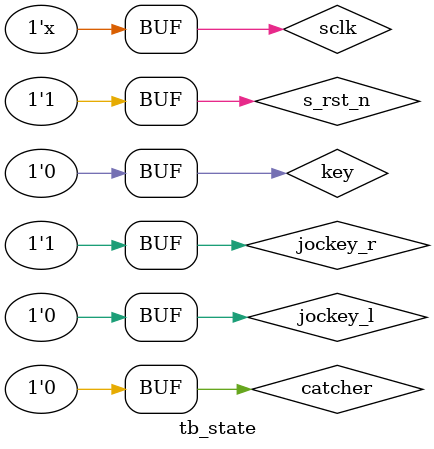
<source format=v>
`timescale      1ns/1ns

module  tb_state();

reg                     sclk                    ;
reg                     s_rst_n                 ;
reg                     catcher                 ;
reg                     jockey_r                ;
reg                     jockey_l                ;
reg                     key                     ;

wire                    direct                  ;
wire                    enable                  ;

initial begin
        sclk    =       1'b1;
        s_rst_n <=      1'b0;
        catcher <=      1'b1;
        jockey_l<=      1'b1;
        jockey_r<=      1'b1;
        key     <=      1'b0;
        #100
        s_rst_n <=      1'b1;
        #100
        key     <=      1'b1;
        #20
        key     <=      1'b0;
        #100
        catcher <=      1'b0;
        jockey_l<=      1'b0;
        #100
        key     <=      1'b1;
        #20
        key     <=      1'b0;
        
end

always  #10     sclk    =       ~sclk;

state   state_inst(
        .sclk                   (sclk                   ),
        .s_rst_n                (s_rst_n                ),
        .catcher                (catcher                ),
        .jockey_r               (jockey_r               ),
        .jockey_l               (jockey_l               ),
        .key                    (key                    ),
        .direct                 (direct                 ),
        .enable                 (enable                 )
);

endmodule
</source>
